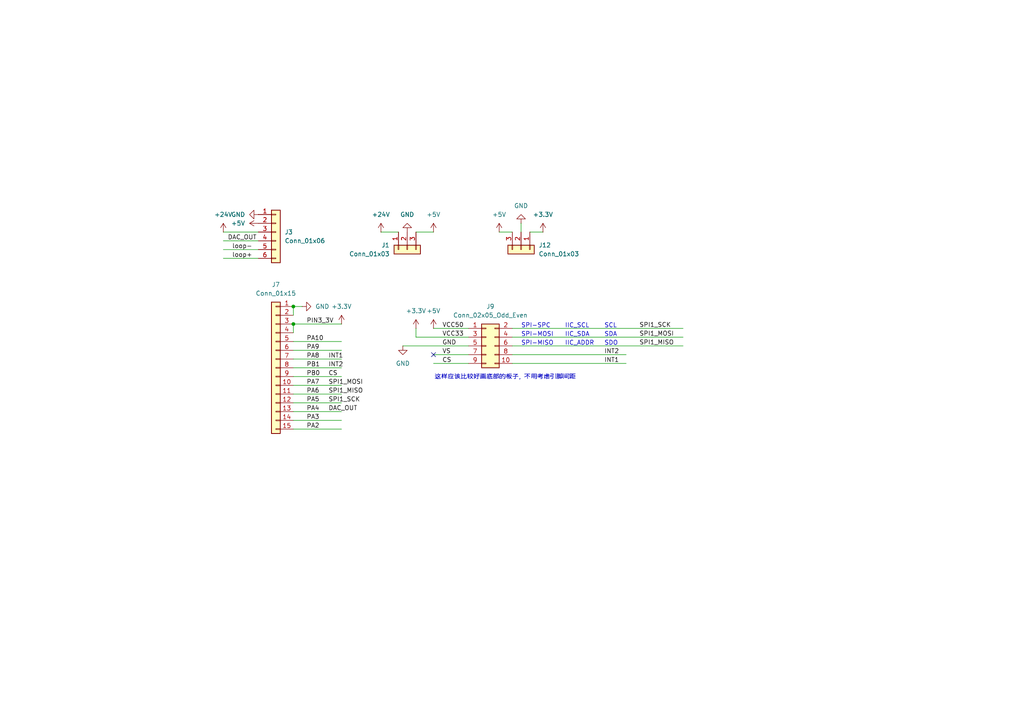
<source format=kicad_sch>
(kicad_sch
	(version 20250114)
	(generator "eeschema")
	(generator_version "9.0")
	(uuid "7fd704f4-d443-4708-acb0-165a06fb66ea")
	(paper "A4")
	(lib_symbols
		(symbol "Connector_Generic:Conn_01x03"
			(pin_names
				(offset 1.016)
				(hide yes)
			)
			(exclude_from_sim no)
			(in_bom yes)
			(on_board yes)
			(property "Reference" "J"
				(at 0 5.08 0)
				(effects
					(font
						(size 1.27 1.27)
					)
				)
			)
			(property "Value" "Conn_01x03"
				(at 0 -5.08 0)
				(effects
					(font
						(size 1.27 1.27)
					)
				)
			)
			(property "Footprint" ""
				(at 0 0 0)
				(effects
					(font
						(size 1.27 1.27)
					)
					(hide yes)
				)
			)
			(property "Datasheet" "~"
				(at 0 0 0)
				(effects
					(font
						(size 1.27 1.27)
					)
					(hide yes)
				)
			)
			(property "Description" "Generic connector, single row, 01x03, script generated (kicad-library-utils/schlib/autogen/connector/)"
				(at 0 0 0)
				(effects
					(font
						(size 1.27 1.27)
					)
					(hide yes)
				)
			)
			(property "ki_keywords" "connector"
				(at 0 0 0)
				(effects
					(font
						(size 1.27 1.27)
					)
					(hide yes)
				)
			)
			(property "ki_fp_filters" "Connector*:*_1x??_*"
				(at 0 0 0)
				(effects
					(font
						(size 1.27 1.27)
					)
					(hide yes)
				)
			)
			(symbol "Conn_01x03_1_1"
				(rectangle
					(start -1.27 3.81)
					(end 1.27 -3.81)
					(stroke
						(width 0.254)
						(type default)
					)
					(fill
						(type background)
					)
				)
				(rectangle
					(start -1.27 2.667)
					(end 0 2.413)
					(stroke
						(width 0.1524)
						(type default)
					)
					(fill
						(type none)
					)
				)
				(rectangle
					(start -1.27 0.127)
					(end 0 -0.127)
					(stroke
						(width 0.1524)
						(type default)
					)
					(fill
						(type none)
					)
				)
				(rectangle
					(start -1.27 -2.413)
					(end 0 -2.667)
					(stroke
						(width 0.1524)
						(type default)
					)
					(fill
						(type none)
					)
				)
				(pin passive line
					(at -5.08 2.54 0)
					(length 3.81)
					(name "Pin_1"
						(effects
							(font
								(size 1.27 1.27)
							)
						)
					)
					(number "1"
						(effects
							(font
								(size 1.27 1.27)
							)
						)
					)
				)
				(pin passive line
					(at -5.08 0 0)
					(length 3.81)
					(name "Pin_2"
						(effects
							(font
								(size 1.27 1.27)
							)
						)
					)
					(number "2"
						(effects
							(font
								(size 1.27 1.27)
							)
						)
					)
				)
				(pin passive line
					(at -5.08 -2.54 0)
					(length 3.81)
					(name "Pin_3"
						(effects
							(font
								(size 1.27 1.27)
							)
						)
					)
					(number "3"
						(effects
							(font
								(size 1.27 1.27)
							)
						)
					)
				)
			)
			(embedded_fonts no)
		)
		(symbol "Connector_Generic:Conn_01x06"
			(pin_names
				(offset 1.016)
				(hide yes)
			)
			(exclude_from_sim no)
			(in_bom yes)
			(on_board yes)
			(property "Reference" "J"
				(at 0 7.62 0)
				(effects
					(font
						(size 1.27 1.27)
					)
				)
			)
			(property "Value" "Conn_01x06"
				(at 0 -10.16 0)
				(effects
					(font
						(size 1.27 1.27)
					)
				)
			)
			(property "Footprint" ""
				(at 0 0 0)
				(effects
					(font
						(size 1.27 1.27)
					)
					(hide yes)
				)
			)
			(property "Datasheet" "~"
				(at 0 0 0)
				(effects
					(font
						(size 1.27 1.27)
					)
					(hide yes)
				)
			)
			(property "Description" "Generic connector, single row, 01x06, script generated (kicad-library-utils/schlib/autogen/connector/)"
				(at 0 0 0)
				(effects
					(font
						(size 1.27 1.27)
					)
					(hide yes)
				)
			)
			(property "ki_keywords" "connector"
				(at 0 0 0)
				(effects
					(font
						(size 1.27 1.27)
					)
					(hide yes)
				)
			)
			(property "ki_fp_filters" "Connector*:*_1x??_*"
				(at 0 0 0)
				(effects
					(font
						(size 1.27 1.27)
					)
					(hide yes)
				)
			)
			(symbol "Conn_01x06_1_1"
				(rectangle
					(start -1.27 6.35)
					(end 1.27 -8.89)
					(stroke
						(width 0.254)
						(type default)
					)
					(fill
						(type background)
					)
				)
				(rectangle
					(start -1.27 5.207)
					(end 0 4.953)
					(stroke
						(width 0.1524)
						(type default)
					)
					(fill
						(type none)
					)
				)
				(rectangle
					(start -1.27 2.667)
					(end 0 2.413)
					(stroke
						(width 0.1524)
						(type default)
					)
					(fill
						(type none)
					)
				)
				(rectangle
					(start -1.27 0.127)
					(end 0 -0.127)
					(stroke
						(width 0.1524)
						(type default)
					)
					(fill
						(type none)
					)
				)
				(rectangle
					(start -1.27 -2.413)
					(end 0 -2.667)
					(stroke
						(width 0.1524)
						(type default)
					)
					(fill
						(type none)
					)
				)
				(rectangle
					(start -1.27 -4.953)
					(end 0 -5.207)
					(stroke
						(width 0.1524)
						(type default)
					)
					(fill
						(type none)
					)
				)
				(rectangle
					(start -1.27 -7.493)
					(end 0 -7.747)
					(stroke
						(width 0.1524)
						(type default)
					)
					(fill
						(type none)
					)
				)
				(pin passive line
					(at -5.08 5.08 0)
					(length 3.81)
					(name "Pin_1"
						(effects
							(font
								(size 1.27 1.27)
							)
						)
					)
					(number "1"
						(effects
							(font
								(size 1.27 1.27)
							)
						)
					)
				)
				(pin passive line
					(at -5.08 2.54 0)
					(length 3.81)
					(name "Pin_2"
						(effects
							(font
								(size 1.27 1.27)
							)
						)
					)
					(number "2"
						(effects
							(font
								(size 1.27 1.27)
							)
						)
					)
				)
				(pin passive line
					(at -5.08 0 0)
					(length 3.81)
					(name "Pin_3"
						(effects
							(font
								(size 1.27 1.27)
							)
						)
					)
					(number "3"
						(effects
							(font
								(size 1.27 1.27)
							)
						)
					)
				)
				(pin passive line
					(at -5.08 -2.54 0)
					(length 3.81)
					(name "Pin_4"
						(effects
							(font
								(size 1.27 1.27)
							)
						)
					)
					(number "4"
						(effects
							(font
								(size 1.27 1.27)
							)
						)
					)
				)
				(pin passive line
					(at -5.08 -5.08 0)
					(length 3.81)
					(name "Pin_5"
						(effects
							(font
								(size 1.27 1.27)
							)
						)
					)
					(number "5"
						(effects
							(font
								(size 1.27 1.27)
							)
						)
					)
				)
				(pin passive line
					(at -5.08 -7.62 0)
					(length 3.81)
					(name "Pin_6"
						(effects
							(font
								(size 1.27 1.27)
							)
						)
					)
					(number "6"
						(effects
							(font
								(size 1.27 1.27)
							)
						)
					)
				)
			)
			(embedded_fonts no)
		)
		(symbol "Connector_Generic:Conn_01x15"
			(pin_names
				(offset 1.016)
				(hide yes)
			)
			(exclude_from_sim no)
			(in_bom yes)
			(on_board yes)
			(property "Reference" "J"
				(at 0 20.32 0)
				(effects
					(font
						(size 1.27 1.27)
					)
				)
			)
			(property "Value" "Conn_01x15"
				(at 0 -20.32 0)
				(effects
					(font
						(size 1.27 1.27)
					)
				)
			)
			(property "Footprint" ""
				(at 0 0 0)
				(effects
					(font
						(size 1.27 1.27)
					)
					(hide yes)
				)
			)
			(property "Datasheet" "~"
				(at 0 0 0)
				(effects
					(font
						(size 1.27 1.27)
					)
					(hide yes)
				)
			)
			(property "Description" "Generic connector, single row, 01x15, script generated (kicad-library-utils/schlib/autogen/connector/)"
				(at 0 0 0)
				(effects
					(font
						(size 1.27 1.27)
					)
					(hide yes)
				)
			)
			(property "ki_keywords" "connector"
				(at 0 0 0)
				(effects
					(font
						(size 1.27 1.27)
					)
					(hide yes)
				)
			)
			(property "ki_fp_filters" "Connector*:*_1x??_*"
				(at 0 0 0)
				(effects
					(font
						(size 1.27 1.27)
					)
					(hide yes)
				)
			)
			(symbol "Conn_01x15_1_1"
				(rectangle
					(start -1.27 19.05)
					(end 1.27 -19.05)
					(stroke
						(width 0.254)
						(type default)
					)
					(fill
						(type background)
					)
				)
				(rectangle
					(start -1.27 17.907)
					(end 0 17.653)
					(stroke
						(width 0.1524)
						(type default)
					)
					(fill
						(type none)
					)
				)
				(rectangle
					(start -1.27 15.367)
					(end 0 15.113)
					(stroke
						(width 0.1524)
						(type default)
					)
					(fill
						(type none)
					)
				)
				(rectangle
					(start -1.27 12.827)
					(end 0 12.573)
					(stroke
						(width 0.1524)
						(type default)
					)
					(fill
						(type none)
					)
				)
				(rectangle
					(start -1.27 10.287)
					(end 0 10.033)
					(stroke
						(width 0.1524)
						(type default)
					)
					(fill
						(type none)
					)
				)
				(rectangle
					(start -1.27 7.747)
					(end 0 7.493)
					(stroke
						(width 0.1524)
						(type default)
					)
					(fill
						(type none)
					)
				)
				(rectangle
					(start -1.27 5.207)
					(end 0 4.953)
					(stroke
						(width 0.1524)
						(type default)
					)
					(fill
						(type none)
					)
				)
				(rectangle
					(start -1.27 2.667)
					(end 0 2.413)
					(stroke
						(width 0.1524)
						(type default)
					)
					(fill
						(type none)
					)
				)
				(rectangle
					(start -1.27 0.127)
					(end 0 -0.127)
					(stroke
						(width 0.1524)
						(type default)
					)
					(fill
						(type none)
					)
				)
				(rectangle
					(start -1.27 -2.413)
					(end 0 -2.667)
					(stroke
						(width 0.1524)
						(type default)
					)
					(fill
						(type none)
					)
				)
				(rectangle
					(start -1.27 -4.953)
					(end 0 -5.207)
					(stroke
						(width 0.1524)
						(type default)
					)
					(fill
						(type none)
					)
				)
				(rectangle
					(start -1.27 -7.493)
					(end 0 -7.747)
					(stroke
						(width 0.1524)
						(type default)
					)
					(fill
						(type none)
					)
				)
				(rectangle
					(start -1.27 -10.033)
					(end 0 -10.287)
					(stroke
						(width 0.1524)
						(type default)
					)
					(fill
						(type none)
					)
				)
				(rectangle
					(start -1.27 -12.573)
					(end 0 -12.827)
					(stroke
						(width 0.1524)
						(type default)
					)
					(fill
						(type none)
					)
				)
				(rectangle
					(start -1.27 -15.113)
					(end 0 -15.367)
					(stroke
						(width 0.1524)
						(type default)
					)
					(fill
						(type none)
					)
				)
				(rectangle
					(start -1.27 -17.653)
					(end 0 -17.907)
					(stroke
						(width 0.1524)
						(type default)
					)
					(fill
						(type none)
					)
				)
				(pin passive line
					(at -5.08 17.78 0)
					(length 3.81)
					(name "Pin_1"
						(effects
							(font
								(size 1.27 1.27)
							)
						)
					)
					(number "1"
						(effects
							(font
								(size 1.27 1.27)
							)
						)
					)
				)
				(pin passive line
					(at -5.08 15.24 0)
					(length 3.81)
					(name "Pin_2"
						(effects
							(font
								(size 1.27 1.27)
							)
						)
					)
					(number "2"
						(effects
							(font
								(size 1.27 1.27)
							)
						)
					)
				)
				(pin passive line
					(at -5.08 12.7 0)
					(length 3.81)
					(name "Pin_3"
						(effects
							(font
								(size 1.27 1.27)
							)
						)
					)
					(number "3"
						(effects
							(font
								(size 1.27 1.27)
							)
						)
					)
				)
				(pin passive line
					(at -5.08 10.16 0)
					(length 3.81)
					(name "Pin_4"
						(effects
							(font
								(size 1.27 1.27)
							)
						)
					)
					(number "4"
						(effects
							(font
								(size 1.27 1.27)
							)
						)
					)
				)
				(pin passive line
					(at -5.08 7.62 0)
					(length 3.81)
					(name "Pin_5"
						(effects
							(font
								(size 1.27 1.27)
							)
						)
					)
					(number "5"
						(effects
							(font
								(size 1.27 1.27)
							)
						)
					)
				)
				(pin passive line
					(at -5.08 5.08 0)
					(length 3.81)
					(name "Pin_6"
						(effects
							(font
								(size 1.27 1.27)
							)
						)
					)
					(number "6"
						(effects
							(font
								(size 1.27 1.27)
							)
						)
					)
				)
				(pin passive line
					(at -5.08 2.54 0)
					(length 3.81)
					(name "Pin_7"
						(effects
							(font
								(size 1.27 1.27)
							)
						)
					)
					(number "7"
						(effects
							(font
								(size 1.27 1.27)
							)
						)
					)
				)
				(pin passive line
					(at -5.08 0 0)
					(length 3.81)
					(name "Pin_8"
						(effects
							(font
								(size 1.27 1.27)
							)
						)
					)
					(number "8"
						(effects
							(font
								(size 1.27 1.27)
							)
						)
					)
				)
				(pin passive line
					(at -5.08 -2.54 0)
					(length 3.81)
					(name "Pin_9"
						(effects
							(font
								(size 1.27 1.27)
							)
						)
					)
					(number "9"
						(effects
							(font
								(size 1.27 1.27)
							)
						)
					)
				)
				(pin passive line
					(at -5.08 -5.08 0)
					(length 3.81)
					(name "Pin_10"
						(effects
							(font
								(size 1.27 1.27)
							)
						)
					)
					(number "10"
						(effects
							(font
								(size 1.27 1.27)
							)
						)
					)
				)
				(pin passive line
					(at -5.08 -7.62 0)
					(length 3.81)
					(name "Pin_11"
						(effects
							(font
								(size 1.27 1.27)
							)
						)
					)
					(number "11"
						(effects
							(font
								(size 1.27 1.27)
							)
						)
					)
				)
				(pin passive line
					(at -5.08 -10.16 0)
					(length 3.81)
					(name "Pin_12"
						(effects
							(font
								(size 1.27 1.27)
							)
						)
					)
					(number "12"
						(effects
							(font
								(size 1.27 1.27)
							)
						)
					)
				)
				(pin passive line
					(at -5.08 -12.7 0)
					(length 3.81)
					(name "Pin_13"
						(effects
							(font
								(size 1.27 1.27)
							)
						)
					)
					(number "13"
						(effects
							(font
								(size 1.27 1.27)
							)
						)
					)
				)
				(pin passive line
					(at -5.08 -15.24 0)
					(length 3.81)
					(name "Pin_14"
						(effects
							(font
								(size 1.27 1.27)
							)
						)
					)
					(number "14"
						(effects
							(font
								(size 1.27 1.27)
							)
						)
					)
				)
				(pin passive line
					(at -5.08 -17.78 0)
					(length 3.81)
					(name "Pin_15"
						(effects
							(font
								(size 1.27 1.27)
							)
						)
					)
					(number "15"
						(effects
							(font
								(size 1.27 1.27)
							)
						)
					)
				)
			)
			(embedded_fonts no)
		)
		(symbol "Connector_Generic:Conn_02x05_Odd_Even"
			(pin_names
				(offset 1.016)
				(hide yes)
			)
			(exclude_from_sim no)
			(in_bom yes)
			(on_board yes)
			(property "Reference" "J"
				(at 1.27 7.62 0)
				(effects
					(font
						(size 1.27 1.27)
					)
				)
			)
			(property "Value" "Conn_02x05_Odd_Even"
				(at 1.27 -7.62 0)
				(effects
					(font
						(size 1.27 1.27)
					)
				)
			)
			(property "Footprint" ""
				(at 0 0 0)
				(effects
					(font
						(size 1.27 1.27)
					)
					(hide yes)
				)
			)
			(property "Datasheet" "~"
				(at 0 0 0)
				(effects
					(font
						(size 1.27 1.27)
					)
					(hide yes)
				)
			)
			(property "Description" "Generic connector, double row, 02x05, odd/even pin numbering scheme (row 1 odd numbers, row 2 even numbers), script generated (kicad-library-utils/schlib/autogen/connector/)"
				(at 0 0 0)
				(effects
					(font
						(size 1.27 1.27)
					)
					(hide yes)
				)
			)
			(property "ki_keywords" "connector"
				(at 0 0 0)
				(effects
					(font
						(size 1.27 1.27)
					)
					(hide yes)
				)
			)
			(property "ki_fp_filters" "Connector*:*_2x??_*"
				(at 0 0 0)
				(effects
					(font
						(size 1.27 1.27)
					)
					(hide yes)
				)
			)
			(symbol "Conn_02x05_Odd_Even_1_1"
				(rectangle
					(start -1.27 6.35)
					(end 3.81 -6.35)
					(stroke
						(width 0.254)
						(type default)
					)
					(fill
						(type background)
					)
				)
				(rectangle
					(start -1.27 5.207)
					(end 0 4.953)
					(stroke
						(width 0.1524)
						(type default)
					)
					(fill
						(type none)
					)
				)
				(rectangle
					(start -1.27 2.667)
					(end 0 2.413)
					(stroke
						(width 0.1524)
						(type default)
					)
					(fill
						(type none)
					)
				)
				(rectangle
					(start -1.27 0.127)
					(end 0 -0.127)
					(stroke
						(width 0.1524)
						(type default)
					)
					(fill
						(type none)
					)
				)
				(rectangle
					(start -1.27 -2.413)
					(end 0 -2.667)
					(stroke
						(width 0.1524)
						(type default)
					)
					(fill
						(type none)
					)
				)
				(rectangle
					(start -1.27 -4.953)
					(end 0 -5.207)
					(stroke
						(width 0.1524)
						(type default)
					)
					(fill
						(type none)
					)
				)
				(rectangle
					(start 3.81 5.207)
					(end 2.54 4.953)
					(stroke
						(width 0.1524)
						(type default)
					)
					(fill
						(type none)
					)
				)
				(rectangle
					(start 3.81 2.667)
					(end 2.54 2.413)
					(stroke
						(width 0.1524)
						(type default)
					)
					(fill
						(type none)
					)
				)
				(rectangle
					(start 3.81 0.127)
					(end 2.54 -0.127)
					(stroke
						(width 0.1524)
						(type default)
					)
					(fill
						(type none)
					)
				)
				(rectangle
					(start 3.81 -2.413)
					(end 2.54 -2.667)
					(stroke
						(width 0.1524)
						(type default)
					)
					(fill
						(type none)
					)
				)
				(rectangle
					(start 3.81 -4.953)
					(end 2.54 -5.207)
					(stroke
						(width 0.1524)
						(type default)
					)
					(fill
						(type none)
					)
				)
				(pin passive line
					(at -5.08 5.08 0)
					(length 3.81)
					(name "Pin_1"
						(effects
							(font
								(size 1.27 1.27)
							)
						)
					)
					(number "1"
						(effects
							(font
								(size 1.27 1.27)
							)
						)
					)
				)
				(pin passive line
					(at -5.08 2.54 0)
					(length 3.81)
					(name "Pin_3"
						(effects
							(font
								(size 1.27 1.27)
							)
						)
					)
					(number "3"
						(effects
							(font
								(size 1.27 1.27)
							)
						)
					)
				)
				(pin passive line
					(at -5.08 0 0)
					(length 3.81)
					(name "Pin_5"
						(effects
							(font
								(size 1.27 1.27)
							)
						)
					)
					(number "5"
						(effects
							(font
								(size 1.27 1.27)
							)
						)
					)
				)
				(pin passive line
					(at -5.08 -2.54 0)
					(length 3.81)
					(name "Pin_7"
						(effects
							(font
								(size 1.27 1.27)
							)
						)
					)
					(number "7"
						(effects
							(font
								(size 1.27 1.27)
							)
						)
					)
				)
				(pin passive line
					(at -5.08 -5.08 0)
					(length 3.81)
					(name "Pin_9"
						(effects
							(font
								(size 1.27 1.27)
							)
						)
					)
					(number "9"
						(effects
							(font
								(size 1.27 1.27)
							)
						)
					)
				)
				(pin passive line
					(at 7.62 5.08 180)
					(length 3.81)
					(name "Pin_2"
						(effects
							(font
								(size 1.27 1.27)
							)
						)
					)
					(number "2"
						(effects
							(font
								(size 1.27 1.27)
							)
						)
					)
				)
				(pin passive line
					(at 7.62 2.54 180)
					(length 3.81)
					(name "Pin_4"
						(effects
							(font
								(size 1.27 1.27)
							)
						)
					)
					(number "4"
						(effects
							(font
								(size 1.27 1.27)
							)
						)
					)
				)
				(pin passive line
					(at 7.62 0 180)
					(length 3.81)
					(name "Pin_6"
						(effects
							(font
								(size 1.27 1.27)
							)
						)
					)
					(number "6"
						(effects
							(font
								(size 1.27 1.27)
							)
						)
					)
				)
				(pin passive line
					(at 7.62 -2.54 180)
					(length 3.81)
					(name "Pin_8"
						(effects
							(font
								(size 1.27 1.27)
							)
						)
					)
					(number "8"
						(effects
							(font
								(size 1.27 1.27)
							)
						)
					)
				)
				(pin passive line
					(at 7.62 -5.08 180)
					(length 3.81)
					(name "Pin_10"
						(effects
							(font
								(size 1.27 1.27)
							)
						)
					)
					(number "10"
						(effects
							(font
								(size 1.27 1.27)
							)
						)
					)
				)
			)
			(embedded_fonts no)
		)
		(symbol "power:+24V"
			(power)
			(pin_numbers
				(hide yes)
			)
			(pin_names
				(offset 0)
				(hide yes)
			)
			(exclude_from_sim no)
			(in_bom yes)
			(on_board yes)
			(property "Reference" "#PWR"
				(at 0 -3.81 0)
				(effects
					(font
						(size 1.27 1.27)
					)
					(hide yes)
				)
			)
			(property "Value" "+24V"
				(at 0 3.556 0)
				(effects
					(font
						(size 1.27 1.27)
					)
				)
			)
			(property "Footprint" ""
				(at 0 0 0)
				(effects
					(font
						(size 1.27 1.27)
					)
					(hide yes)
				)
			)
			(property "Datasheet" ""
				(at 0 0 0)
				(effects
					(font
						(size 1.27 1.27)
					)
					(hide yes)
				)
			)
			(property "Description" "Power symbol creates a global label with name \"+24V\""
				(at 0 0 0)
				(effects
					(font
						(size 1.27 1.27)
					)
					(hide yes)
				)
			)
			(property "ki_keywords" "global power"
				(at 0 0 0)
				(effects
					(font
						(size 1.27 1.27)
					)
					(hide yes)
				)
			)
			(symbol "+24V_0_1"
				(polyline
					(pts
						(xy -0.762 1.27) (xy 0 2.54)
					)
					(stroke
						(width 0)
						(type default)
					)
					(fill
						(type none)
					)
				)
				(polyline
					(pts
						(xy 0 2.54) (xy 0.762 1.27)
					)
					(stroke
						(width 0)
						(type default)
					)
					(fill
						(type none)
					)
				)
				(polyline
					(pts
						(xy 0 0) (xy 0 2.54)
					)
					(stroke
						(width 0)
						(type default)
					)
					(fill
						(type none)
					)
				)
			)
			(symbol "+24V_1_1"
				(pin power_in line
					(at 0 0 90)
					(length 0)
					(name "~"
						(effects
							(font
								(size 1.27 1.27)
							)
						)
					)
					(number "1"
						(effects
							(font
								(size 1.27 1.27)
							)
						)
					)
				)
			)
			(embedded_fonts no)
		)
		(symbol "power:+3.3V"
			(power)
			(pin_numbers
				(hide yes)
			)
			(pin_names
				(offset 0)
				(hide yes)
			)
			(exclude_from_sim no)
			(in_bom yes)
			(on_board yes)
			(property "Reference" "#PWR"
				(at 0 -3.81 0)
				(effects
					(font
						(size 1.27 1.27)
					)
					(hide yes)
				)
			)
			(property "Value" "+3.3V"
				(at 0 3.556 0)
				(effects
					(font
						(size 1.27 1.27)
					)
				)
			)
			(property "Footprint" ""
				(at 0 0 0)
				(effects
					(font
						(size 1.27 1.27)
					)
					(hide yes)
				)
			)
			(property "Datasheet" ""
				(at 0 0 0)
				(effects
					(font
						(size 1.27 1.27)
					)
					(hide yes)
				)
			)
			(property "Description" "Power symbol creates a global label with name \"+3.3V\""
				(at 0 0 0)
				(effects
					(font
						(size 1.27 1.27)
					)
					(hide yes)
				)
			)
			(property "ki_keywords" "global power"
				(at 0 0 0)
				(effects
					(font
						(size 1.27 1.27)
					)
					(hide yes)
				)
			)
			(symbol "+3.3V_0_1"
				(polyline
					(pts
						(xy -0.762 1.27) (xy 0 2.54)
					)
					(stroke
						(width 0)
						(type default)
					)
					(fill
						(type none)
					)
				)
				(polyline
					(pts
						(xy 0 2.54) (xy 0.762 1.27)
					)
					(stroke
						(width 0)
						(type default)
					)
					(fill
						(type none)
					)
				)
				(polyline
					(pts
						(xy 0 0) (xy 0 2.54)
					)
					(stroke
						(width 0)
						(type default)
					)
					(fill
						(type none)
					)
				)
			)
			(symbol "+3.3V_1_1"
				(pin power_in line
					(at 0 0 90)
					(length 0)
					(name "~"
						(effects
							(font
								(size 1.27 1.27)
							)
						)
					)
					(number "1"
						(effects
							(font
								(size 1.27 1.27)
							)
						)
					)
				)
			)
			(embedded_fonts no)
		)
		(symbol "power:+5V"
			(power)
			(pin_numbers
				(hide yes)
			)
			(pin_names
				(offset 0)
				(hide yes)
			)
			(exclude_from_sim no)
			(in_bom yes)
			(on_board yes)
			(property "Reference" "#PWR"
				(at 0 -3.81 0)
				(effects
					(font
						(size 1.27 1.27)
					)
					(hide yes)
				)
			)
			(property "Value" "+5V"
				(at 0 3.556 0)
				(effects
					(font
						(size 1.27 1.27)
					)
				)
			)
			(property "Footprint" ""
				(at 0 0 0)
				(effects
					(font
						(size 1.27 1.27)
					)
					(hide yes)
				)
			)
			(property "Datasheet" ""
				(at 0 0 0)
				(effects
					(font
						(size 1.27 1.27)
					)
					(hide yes)
				)
			)
			(property "Description" "Power symbol creates a global label with name \"+5V\""
				(at 0 0 0)
				(effects
					(font
						(size 1.27 1.27)
					)
					(hide yes)
				)
			)
			(property "ki_keywords" "global power"
				(at 0 0 0)
				(effects
					(font
						(size 1.27 1.27)
					)
					(hide yes)
				)
			)
			(symbol "+5V_0_1"
				(polyline
					(pts
						(xy -0.762 1.27) (xy 0 2.54)
					)
					(stroke
						(width 0)
						(type default)
					)
					(fill
						(type none)
					)
				)
				(polyline
					(pts
						(xy 0 2.54) (xy 0.762 1.27)
					)
					(stroke
						(width 0)
						(type default)
					)
					(fill
						(type none)
					)
				)
				(polyline
					(pts
						(xy 0 0) (xy 0 2.54)
					)
					(stroke
						(width 0)
						(type default)
					)
					(fill
						(type none)
					)
				)
			)
			(symbol "+5V_1_1"
				(pin power_in line
					(at 0 0 90)
					(length 0)
					(name "~"
						(effects
							(font
								(size 1.27 1.27)
							)
						)
					)
					(number "1"
						(effects
							(font
								(size 1.27 1.27)
							)
						)
					)
				)
			)
			(embedded_fonts no)
		)
		(symbol "power:GND"
			(power)
			(pin_numbers
				(hide yes)
			)
			(pin_names
				(offset 0)
				(hide yes)
			)
			(exclude_from_sim no)
			(in_bom yes)
			(on_board yes)
			(property "Reference" "#PWR"
				(at 0 -6.35 0)
				(effects
					(font
						(size 1.27 1.27)
					)
					(hide yes)
				)
			)
			(property "Value" "GND"
				(at 0 -3.81 0)
				(effects
					(font
						(size 1.27 1.27)
					)
				)
			)
			(property "Footprint" ""
				(at 0 0 0)
				(effects
					(font
						(size 1.27 1.27)
					)
					(hide yes)
				)
			)
			(property "Datasheet" ""
				(at 0 0 0)
				(effects
					(font
						(size 1.27 1.27)
					)
					(hide yes)
				)
			)
			(property "Description" "Power symbol creates a global label with name \"GND\" , ground"
				(at 0 0 0)
				(effects
					(font
						(size 1.27 1.27)
					)
					(hide yes)
				)
			)
			(property "ki_keywords" "global power"
				(at 0 0 0)
				(effects
					(font
						(size 1.27 1.27)
					)
					(hide yes)
				)
			)
			(symbol "GND_0_1"
				(polyline
					(pts
						(xy 0 0) (xy 0 -1.27) (xy 1.27 -1.27) (xy 0 -2.54) (xy -1.27 -1.27) (xy 0 -1.27)
					)
					(stroke
						(width 0)
						(type default)
					)
					(fill
						(type none)
					)
				)
			)
			(symbol "GND_1_1"
				(pin power_in line
					(at 0 0 270)
					(length 0)
					(name "~"
						(effects
							(font
								(size 1.27 1.27)
							)
						)
					)
					(number "1"
						(effects
							(font
								(size 1.27 1.27)
							)
						)
					)
				)
			)
			(embedded_fonts no)
		)
	)
	(text "IIC_ADDR"
		(exclude_from_sim no)
		(at 163.83 100.33 0)
		(effects
			(font
				(size 1.27 1.27)
			)
			(justify left bottom)
		)
		(uuid "05b7a5ca-8b36-4cd9-94fe-2e5469e70232")
	)
	(text "SPI-SPC"
		(exclude_from_sim no)
		(at 151.13 95.25 0)
		(effects
			(font
				(size 1.27 1.27)
			)
			(justify left bottom)
		)
		(uuid "1658a70b-3398-4a28-8bf2-1f54622dcb34")
	)
	(text "SPI-MISO"
		(exclude_from_sim no)
		(at 151.13 100.33 0)
		(effects
			(font
				(size 1.27 1.27)
			)
			(justify left bottom)
		)
		(uuid "26cb96a5-c135-437f-b63f-4a33bf47c6e1")
	)
	(text "SCL"
		(exclude_from_sim no)
		(at 175.26 95.25 0)
		(effects
			(font
				(size 1.27 1.27)
			)
			(justify left bottom)
		)
		(uuid "2d6e194e-006c-4837-8c5f-adefc94f930a")
	)
	(text "这样应该比较好画底部的板子, 不用考虑引脚间距"
		(exclude_from_sim no)
		(at 146.558 109.474 0)
		(effects
			(font
				(size 1.27 1.27)
			)
		)
		(uuid "9d9be8e0-539a-4007-bc4c-abb271031cfd")
	)
	(text "IIC_SCL"
		(exclude_from_sim no)
		(at 163.83 95.25 0)
		(effects
			(font
				(size 1.27 1.27)
			)
			(justify left bottom)
		)
		(uuid "bbc4f6b3-b040-4d17-b36b-c5ca22d996bd")
	)
	(text "SPI-MOSI"
		(exclude_from_sim no)
		(at 151.13 97.79 0)
		(effects
			(font
				(size 1.27 1.27)
			)
			(justify left bottom)
		)
		(uuid "be4c6d44-45b8-4053-824a-1f404104e409")
	)
	(text "IIC_SDA"
		(exclude_from_sim no)
		(at 163.83 97.79 0)
		(effects
			(font
				(size 1.27 1.27)
			)
			(justify left bottom)
		)
		(uuid "d6d7b3be-4d78-47fd-87b9-6bb33d386cef")
	)
	(text "SDO"
		(exclude_from_sim no)
		(at 175.26 100.33 0)
		(effects
			(font
				(size 1.27 1.27)
			)
			(justify left bottom)
		)
		(uuid "e5596275-5d20-47fe-b31f-1660edb67851")
	)
	(text "SDA"
		(exclude_from_sim no)
		(at 175.26 97.79 0)
		(effects
			(font
				(size 1.27 1.27)
			)
			(justify left bottom)
		)
		(uuid "ed9933b4-1032-4c1c-b4b7-47abd4c379e2")
	)
	(junction
		(at 85.09 88.9)
		(diameter 0)
		(color 0 0 0 0)
		(uuid "d0590213-fec9-4895-ab14-696d723f7164")
	)
	(junction
		(at 85.09 93.98)
		(diameter 0)
		(color 0 0 0 0)
		(uuid "f5ace1c5-fe7d-42d2-a4f5-a9bb14433145")
	)
	(no_connect
		(at 125.73 102.87)
		(uuid "d8ecc91b-9413-4c68-be02-a12314facf71")
	)
	(wire
		(pts
			(xy 85.09 104.14) (xy 99.06 104.14)
		)
		(stroke
			(width 0)
			(type default)
		)
		(uuid "069bcc81-ae10-4fa7-9976-9eea7f8c27f9")
	)
	(wire
		(pts
			(xy 85.09 114.3) (xy 99.06 114.3)
		)
		(stroke
			(width 0)
			(type default)
		)
		(uuid "0817418f-6590-410a-a9fa-266faabc4c92")
	)
	(wire
		(pts
			(xy 85.09 124.46) (xy 99.06 124.46)
		)
		(stroke
			(width 0)
			(type default)
		)
		(uuid "09557db2-cc32-4d61-9ecb-ac9e3044c59b")
	)
	(wire
		(pts
			(xy 85.09 99.06) (xy 99.06 99.06)
		)
		(stroke
			(width 0)
			(type default)
		)
		(uuid "0b6d0d89-95d4-4600-8479-7d35f33ab6ea")
	)
	(wire
		(pts
			(xy 125.73 105.41) (xy 135.89 105.41)
		)
		(stroke
			(width 0)
			(type default)
		)
		(uuid "109a01a1-599a-4aaf-a23d-268b2d18c489")
	)
	(wire
		(pts
			(xy 85.09 121.92) (xy 99.06 121.92)
		)
		(stroke
			(width 0)
			(type default)
		)
		(uuid "17bd48eb-1250-47be-8251-71df6af6994f")
	)
	(wire
		(pts
			(xy 116.84 100.33) (xy 135.89 100.33)
		)
		(stroke
			(width 0)
			(type default)
		)
		(uuid "17da08ff-03e3-473a-96e0-e1aa70d8aa45")
	)
	(wire
		(pts
			(xy 110.49 67.31) (xy 115.57 67.31)
		)
		(stroke
			(width 0)
			(type default)
		)
		(uuid "19600370-f6ea-4a09-8085-2e8b4b900292")
	)
	(wire
		(pts
			(xy 85.09 93.98) (xy 85.09 96.52)
		)
		(stroke
			(width 0)
			(type default)
		)
		(uuid "1ef2d839-a29c-4e2b-b2d3-dadccbd884f8")
	)
	(wire
		(pts
			(xy 64.77 74.93) (xy 74.93 74.93)
		)
		(stroke
			(width 0)
			(type default)
		)
		(uuid "24ed36ed-5f59-4de3-984b-e4088064f407")
	)
	(wire
		(pts
			(xy 144.78 67.31) (xy 148.59 67.31)
		)
		(stroke
			(width 0)
			(type default)
		)
		(uuid "2de50a6d-9f0c-4d51-adc8-60090f057e3e")
	)
	(wire
		(pts
			(xy 87.63 88.9) (xy 85.09 88.9)
		)
		(stroke
			(width 0)
			(type default)
		)
		(uuid "3d1d6b2e-6fb9-4922-8bed-b39b9614e76d")
	)
	(wire
		(pts
			(xy 64.77 69.85) (xy 74.93 69.85)
		)
		(stroke
			(width 0)
			(type default)
		)
		(uuid "40f5abda-6c04-4e30-81ad-890627640cbe")
	)
	(wire
		(pts
			(xy 151.13 64.77) (xy 151.13 67.31)
		)
		(stroke
			(width 0)
			(type default)
		)
		(uuid "4d6adc63-9f7a-4901-8233-7abb4af63f51")
	)
	(wire
		(pts
			(xy 153.67 67.31) (xy 157.48 67.31)
		)
		(stroke
			(width 0)
			(type default)
		)
		(uuid "5149b952-cfbb-4367-a4cd-ccb048d857a5")
	)
	(wire
		(pts
			(xy 148.59 105.41) (xy 181.61 105.41)
		)
		(stroke
			(width 0)
			(type default)
		)
		(uuid "572989a1-0815-44de-8e26-c8cea128707f")
	)
	(wire
		(pts
			(xy 148.59 97.79) (xy 198.12 97.79)
		)
		(stroke
			(width 0)
			(type default)
		)
		(uuid "6672f6e3-4bf2-4126-b818-a367d6339807")
	)
	(wire
		(pts
			(xy 85.09 93.98) (xy 99.06 93.98)
		)
		(stroke
			(width 0)
			(type default)
		)
		(uuid "7a780d62-c325-4f08-98ec-db0e33d70f01")
	)
	(wire
		(pts
			(xy 85.09 119.38) (xy 99.06 119.38)
		)
		(stroke
			(width 0)
			(type default)
		)
		(uuid "80a16d32-731b-4fe9-a86d-43c390182ccf")
	)
	(wire
		(pts
			(xy 85.09 116.84) (xy 99.06 116.84)
		)
		(stroke
			(width 0)
			(type default)
		)
		(uuid "82f62305-8c55-4cd3-bc4a-4d0e0926b8a9")
	)
	(wire
		(pts
			(xy 120.65 97.79) (xy 135.89 97.79)
		)
		(stroke
			(width 0)
			(type default)
		)
		(uuid "9027b46c-d265-41e3-be59-4af1164fcc28")
	)
	(wire
		(pts
			(xy 85.09 88.9) (xy 85.09 91.44)
		)
		(stroke
			(width 0)
			(type default)
		)
		(uuid "92adf254-6a99-4efd-bba4-cbe8c414b101")
	)
	(wire
		(pts
			(xy 85.09 106.68) (xy 99.06 106.68)
		)
		(stroke
			(width 0)
			(type default)
		)
		(uuid "9dcf6b3d-8d25-476a-8243-776948bc0de3")
	)
	(wire
		(pts
			(xy 85.09 111.76) (xy 99.06 111.76)
		)
		(stroke
			(width 0)
			(type default)
		)
		(uuid "ac55a7e5-60b2-4a83-9058-682967d73d3b")
	)
	(wire
		(pts
			(xy 120.65 97.79) (xy 120.65 95.25)
		)
		(stroke
			(width 0)
			(type default)
		)
		(uuid "ac96ce7f-f85c-4ae1-886e-9fd5b00226a3")
	)
	(wire
		(pts
			(xy 64.77 67.31) (xy 74.93 67.31)
		)
		(stroke
			(width 0)
			(type default)
		)
		(uuid "ad0a202e-e2af-414b-ac62-55476384ba9b")
	)
	(wire
		(pts
			(xy 125.73 95.25) (xy 135.89 95.25)
		)
		(stroke
			(width 0)
			(type default)
		)
		(uuid "adbdd932-108e-424d-af5d-e3bd30d7e9af")
	)
	(wire
		(pts
			(xy 64.77 72.39) (xy 74.93 72.39)
		)
		(stroke
			(width 0)
			(type default)
		)
		(uuid "bc1d5d52-eafa-4b07-b219-a28268cb017b")
	)
	(wire
		(pts
			(xy 148.59 102.87) (xy 181.61 102.87)
		)
		(stroke
			(width 0)
			(type default)
		)
		(uuid "c857ac93-103d-49d4-ba46-ccb1a83e6638")
	)
	(wire
		(pts
			(xy 125.73 67.31) (xy 120.65 67.31)
		)
		(stroke
			(width 0)
			(type default)
		)
		(uuid "cdb1390b-de3e-4c6e-999a-fd2d538f69fa")
	)
	(wire
		(pts
			(xy 125.73 102.87) (xy 135.89 102.87)
		)
		(stroke
			(width 0)
			(type default)
		)
		(uuid "d5112fb2-aa71-4df5-b8c8-4ee4a54f5269")
	)
	(wire
		(pts
			(xy 148.59 95.25) (xy 198.12 95.25)
		)
		(stroke
			(width 0)
			(type default)
		)
		(uuid "e2683434-322e-4d07-9c94-79c96033cf7b")
	)
	(wire
		(pts
			(xy 148.59 100.33) (xy 198.12 100.33)
		)
		(stroke
			(width 0)
			(type default)
		)
		(uuid "f03cd4e7-7608-453c-af71-88ab433a1347")
	)
	(wire
		(pts
			(xy 85.09 101.6) (xy 99.06 101.6)
		)
		(stroke
			(width 0)
			(type default)
		)
		(uuid "f1a0e01e-bbd2-4034-b1e4-236c8e030290")
	)
	(wire
		(pts
			(xy 85.09 109.22) (xy 99.06 109.22)
		)
		(stroke
			(width 0)
			(type default)
		)
		(uuid "f814bc5f-10a5-4448-9eff-b687285f9d23")
	)
	(label "SPI1_MISO"
		(at 95.25 114.3 0)
		(effects
			(font
				(size 1.27 1.27)
			)
			(justify left bottom)
		)
		(uuid "0006df42-9a37-4e89-8ede-2d3c7ef8bcd2")
	)
	(label "loop-"
		(at 67.31 72.39 0)
		(effects
			(font
				(size 1.27 1.27)
			)
			(justify left bottom)
		)
		(uuid "0123fe45-6c54-47da-8042-620bae1b7699")
	)
	(label "PA10"
		(at 88.9 99.06 0)
		(effects
			(font
				(size 1.27 1.27)
			)
			(justify left bottom)
		)
		(uuid "060fb69c-2d58-4a26-8bb8-030ad3a42569")
	)
	(label "loop+"
		(at 67.31 74.93 0)
		(effects
			(font
				(size 1.27 1.27)
			)
			(justify left bottom)
		)
		(uuid "0ab901c5-0fd6-48d3-94f8-a90796bb1765")
	)
	(label "SPI1_SCK"
		(at 95.25 116.84 0)
		(effects
			(font
				(size 1.27 1.27)
			)
			(justify left bottom)
		)
		(uuid "16b4f514-9a1d-424f-899c-51f1451f5113")
	)
	(label "DAC_OUT"
		(at 66.04 69.85 0)
		(effects
			(font
				(size 1.27 1.27)
			)
			(justify left bottom)
		)
		(uuid "183b5df0-83d4-4b13-b271-986d0158adff")
	)
	(label "PA9"
		(at 88.9 101.6 0)
		(effects
			(font
				(size 1.27 1.27)
			)
			(justify left bottom)
		)
		(uuid "217115c5-4071-4692-8584-89a49c3fabe9")
	)
	(label "CS"
		(at 95.25 109.22 0)
		(effects
			(font
				(size 1.27 1.27)
			)
			(justify left bottom)
		)
		(uuid "252a9f07-ab87-4943-88f2-6decfd12499b")
	)
	(label "INT1"
		(at 175.26 105.41 0)
		(effects
			(font
				(size 1.27 1.27)
			)
			(justify left bottom)
		)
		(uuid "3471df7c-f09c-4214-963e-5f4cd15dad25")
	)
	(label "PB1"
		(at 88.9 106.68 0)
		(effects
			(font
				(size 1.27 1.27)
			)
			(justify left bottom)
		)
		(uuid "384fa102-937e-4fe4-bd1a-1e0ff5902c5d")
	)
	(label "PB0"
		(at 88.9 109.22 0)
		(effects
			(font
				(size 1.27 1.27)
			)
			(justify left bottom)
		)
		(uuid "3ec3a59e-a18a-45e9-b661-7cb8ecb3547c")
	)
	(label "PA4"
		(at 88.9 119.38 0)
		(effects
			(font
				(size 1.27 1.27)
			)
			(justify left bottom)
		)
		(uuid "41db4044-e885-41cb-8c96-2f382e3f1fb9")
	)
	(label "PA3"
		(at 88.9 121.92 0)
		(effects
			(font
				(size 1.27 1.27)
			)
			(justify left bottom)
		)
		(uuid "46d944b2-275a-4429-b57a-7805ab6f4dc9")
	)
	(label "SPI1_MISO"
		(at 185.42 100.33 0)
		(effects
			(font
				(size 1.27 1.27)
			)
			(justify left bottom)
		)
		(uuid "484419d2-3a38-4bc1-a892-bf14f0f821ea")
	)
	(label "CS"
		(at 128.27 105.41 0)
		(effects
			(font
				(size 1.27 1.27)
			)
			(justify left bottom)
		)
		(uuid "4e837da7-0080-468e-91ab-154fe92b6b40")
	)
	(label "VCC33"
		(at 128.27 97.79 0)
		(effects
			(font
				(size 1.27 1.27)
			)
			(justify left bottom)
		)
		(uuid "506e041a-0c67-44e3-bf16-83ef78dc8e9d")
	)
	(label "PA7"
		(at 88.9 111.76 0)
		(effects
			(font
				(size 1.27 1.27)
			)
			(justify left bottom)
		)
		(uuid "6a6a20a1-368f-4825-bfd1-12add2135449")
	)
	(label "INT2"
		(at 175.26 102.87 0)
		(effects
			(font
				(size 1.27 1.27)
			)
			(justify left bottom)
		)
		(uuid "77dfd59b-e156-4aed-8b59-0b304a6848c7")
	)
	(label "VCC50"
		(at 128.27 95.25 0)
		(effects
			(font
				(size 1.27 1.27)
			)
			(justify left bottom)
		)
		(uuid "8dd24fb0-6e6e-4a20-bc60-192ada4b37a9")
	)
	(label "GND"
		(at 128.27 100.33 0)
		(effects
			(font
				(size 1.27 1.27)
			)
			(justify left bottom)
		)
		(uuid "9b96ec55-5df8-4596-afac-428b3c4b0637")
	)
	(label "INT1"
		(at 95.25 104.14 0)
		(effects
			(font
				(size 1.27 1.27)
			)
			(justify left bottom)
		)
		(uuid "a3dcf3d9-cdfd-4796-b786-1da6fb2dca44")
	)
	(label "PA5"
		(at 88.9 116.84 0)
		(effects
			(font
				(size 1.27 1.27)
			)
			(justify left bottom)
		)
		(uuid "a494eada-993f-4892-b6c6-bc439bc2cdd2")
	)
	(label "SPI1_MOSI"
		(at 95.25 111.76 0)
		(effects
			(font
				(size 1.27 1.27)
			)
			(justify left bottom)
		)
		(uuid "c3165cf8-f8a1-458b-9d93-f6eae4e415ed")
	)
	(label "PA8"
		(at 88.9 104.14 0)
		(effects
			(font
				(size 1.27 1.27)
			)
			(justify left bottom)
		)
		(uuid "d500ec28-d053-4e5b-a421-fbbcf136e12f")
	)
	(label "SPI1_SCK"
		(at 185.42 95.25 0)
		(effects
			(font
				(size 1.27 1.27)
			)
			(justify left bottom)
		)
		(uuid "e1c07393-c1db-4878-9044-871cfd64a2d3")
	)
	(label "SPI1_MOSI"
		(at 185.42 97.79 0)
		(effects
			(font
				(size 1.27 1.27)
			)
			(justify left bottom)
		)
		(uuid "e861343a-5dd5-4894-b487-a3b8b5676568")
	)
	(label "DAC_OUT"
		(at 95.25 119.38 0)
		(effects
			(font
				(size 1.27 1.27)
			)
			(justify left bottom)
		)
		(uuid "e9ec34a2-ead1-481d-85f1-120332741c0c")
	)
	(label "PA2"
		(at 88.9 124.46 0)
		(effects
			(font
				(size 1.27 1.27)
			)
			(justify left bottom)
		)
		(uuid "ee2f0ec9-7f9a-444c-b13d-1df62f5be38e")
	)
	(label "PA6"
		(at 88.9 114.3 0)
		(effects
			(font
				(size 1.27 1.27)
			)
			(justify left bottom)
		)
		(uuid "ef9818b4-0ddc-4034-806b-57c60e3c53ac")
	)
	(label "INT2"
		(at 95.25 106.68 0)
		(effects
			(font
				(size 1.27 1.27)
			)
			(justify left bottom)
		)
		(uuid "f151b530-fe1a-4b97-b3c5-81ed2d961270")
	)
	(label "VS"
		(at 128.27 102.87 0)
		(effects
			(font
				(size 1.27 1.27)
			)
			(justify left bottom)
		)
		(uuid "f7e27430-ffbf-4e22-9809-9f3d9763584a")
	)
	(label "PIN3_3V"
		(at 88.9 93.98 0)
		(effects
			(font
				(size 1.27 1.27)
			)
			(justify left bottom)
		)
		(uuid "fc92e1b5-3e7f-42c2-acb4-f7a80856efee")
	)
	(symbol
		(lib_id "power:+24V")
		(at 64.77 67.31 0)
		(unit 1)
		(exclude_from_sim no)
		(in_bom yes)
		(on_board yes)
		(dnp no)
		(fields_autoplaced yes)
		(uuid "16bef174-ee5f-4549-9edb-7d5dbfd301b8")
		(property "Reference" "#PWR03"
			(at 64.77 71.12 0)
			(effects
				(font
					(size 1.27 1.27)
				)
				(hide yes)
			)
		)
		(property "Value" "+24V"
			(at 64.77 62.23 0)
			(effects
				(font
					(size 1.27 1.27)
				)
			)
		)
		(property "Footprint" ""
			(at 64.77 67.31 0)
			(effects
				(font
					(size 1.27 1.27)
				)
				(hide yes)
			)
		)
		(property "Datasheet" ""
			(at 64.77 67.31 0)
			(effects
				(font
					(size 1.27 1.27)
				)
				(hide yes)
			)
		)
		(property "Description" "Power symbol creates a global label with name \"+24V\""
			(at 64.77 67.31 0)
			(effects
				(font
					(size 1.27 1.27)
				)
				(hide yes)
			)
		)
		(pin "1"
			(uuid "d582f608-407d-4b9d-8716-34194cc86179")
		)
		(instances
			(project "vibrating_transmitters_pcb"
				(path "/7fd704f4-d443-4708-acb0-165a06fb66ea"
					(reference "#PWR03")
					(unit 1)
				)
			)
		)
	)
	(symbol
		(lib_id "power:+3.3V")
		(at 157.48 67.31 0)
		(unit 1)
		(exclude_from_sim no)
		(in_bom yes)
		(on_board yes)
		(dnp no)
		(fields_autoplaced yes)
		(uuid "2e8b975b-119c-45dc-995b-e688ee0491dd")
		(property "Reference" "#PWR033"
			(at 157.48 71.12 0)
			(effects
				(font
					(size 1.27 1.27)
				)
				(hide yes)
			)
		)
		(property "Value" "+3.3V"
			(at 157.48 62.23 0)
			(effects
				(font
					(size 1.27 1.27)
				)
			)
		)
		(property "Footprint" ""
			(at 157.48 67.31 0)
			(effects
				(font
					(size 1.27 1.27)
				)
				(hide yes)
			)
		)
		(property "Datasheet" ""
			(at 157.48 67.31 0)
			(effects
				(font
					(size 1.27 1.27)
				)
				(hide yes)
			)
		)
		(property "Description" "Power symbol creates a global label with name \"+3.3V\""
			(at 157.48 67.31 0)
			(effects
				(font
					(size 1.27 1.27)
				)
				(hide yes)
			)
		)
		(pin "1"
			(uuid "e457f9d2-f4ce-4959-8e74-1b1750ab6661")
		)
		(instances
			(project "vibrating_transmitters_pcb"
				(path "/7fd704f4-d443-4708-acb0-165a06fb66ea"
					(reference "#PWR033")
					(unit 1)
				)
			)
		)
	)
	(symbol
		(lib_id "Connector_Generic:Conn_01x15")
		(at 80.01 106.68 0)
		(mirror y)
		(unit 1)
		(exclude_from_sim no)
		(in_bom yes)
		(on_board yes)
		(dnp no)
		(fields_autoplaced yes)
		(uuid "35355d40-09f3-43db-bb12-fdb512fe37f6")
		(property "Reference" "J7"
			(at 80.01 82.55 0)
			(effects
				(font
					(size 1.27 1.27)
				)
			)
		)
		(property "Value" "Conn_01x15"
			(at 80.01 85.09 0)
			(effects
				(font
					(size 1.27 1.27)
				)
			)
		)
		(property "Footprint" "Connector_PinHeader_2.54mm:PinHeader_1x15_P2.54mm_Vertical"
			(at 80.01 106.68 0)
			(effects
				(font
					(size 1.27 1.27)
				)
				(hide yes)
			)
		)
		(property "Datasheet" "~"
			(at 80.01 106.68 0)
			(effects
				(font
					(size 1.27 1.27)
				)
				(hide yes)
			)
		)
		(property "Description" "Generic connector, single row, 01x15, script generated (kicad-library-utils/schlib/autogen/connector/)"
			(at 80.01 106.68 0)
			(effects
				(font
					(size 1.27 1.27)
				)
				(hide yes)
			)
		)
		(pin "1"
			(uuid "2a0146f3-e340-470a-9726-64dbb0a01c1a")
		)
		(pin "10"
			(uuid "cc803b2b-0eae-4196-a2ae-c0e5b4ad0c68")
		)
		(pin "11"
			(uuid "7ab17f84-f6ec-41bc-87a1-57f8265dea81")
		)
		(pin "12"
			(uuid "b67ff6c8-287b-4688-b954-72552af94f2a")
		)
		(pin "13"
			(uuid "69b39df3-4f2a-40fb-a5c5-22a73b1fde51")
		)
		(pin "14"
			(uuid "c67251f3-1464-4258-9824-3b99d01febc2")
		)
		(pin "15"
			(uuid "7f79083f-928e-41f6-aefb-4dbf64501fad")
		)
		(pin "2"
			(uuid "b15e11d1-2816-4398-9bb2-852019662d3f")
		)
		(pin "3"
			(uuid "10b1fa31-781a-453c-b1dc-e7671ebb1ff3")
		)
		(pin "4"
			(uuid "8121bf10-61dc-48ad-9b27-8365274b69e3")
		)
		(pin "5"
			(uuid "c3bf5b05-aa65-4186-8603-0b5c667efda1")
		)
		(pin "6"
			(uuid "e5b6fef2-e0ee-41a9-8592-54bce08ec38f")
		)
		(pin "7"
			(uuid "058c4918-d1a3-4916-900f-dba52ca09c5e")
		)
		(pin "8"
			(uuid "fb51b7eb-964a-4aed-b65d-7810a9f025fa")
		)
		(pin "9"
			(uuid "38baa279-3c75-4821-a0dd-b299a8f55440")
		)
		(instances
			(project "vibrating_transmitters_pcb"
				(path "/7fd704f4-d443-4708-acb0-165a06fb66ea"
					(reference "J7")
					(unit 1)
				)
			)
		)
	)
	(symbol
		(lib_id "Connector_Generic:Conn_01x03")
		(at 151.13 72.39 270)
		(unit 1)
		(exclude_from_sim no)
		(in_bom yes)
		(on_board yes)
		(dnp no)
		(fields_autoplaced yes)
		(uuid "3e358b47-9d5a-4061-be93-1f1ec86b6309")
		(property "Reference" "J12"
			(at 156.21 71.1199 90)
			(effects
				(font
					(size 1.27 1.27)
				)
				(justify left)
			)
		)
		(property "Value" "Conn_01x03"
			(at 156.21 73.6599 90)
			(effects
				(font
					(size 1.27 1.27)
				)
				(justify left)
			)
		)
		(property "Footprint" "Connector_PinHeader_2.54mm:PinHeader_1x03_P2.54mm_Vertical"
			(at 151.13 72.39 0)
			(effects
				(font
					(size 1.27 1.27)
				)
				(hide yes)
			)
		)
		(property "Datasheet" "~"
			(at 151.13 72.39 0)
			(effects
				(font
					(size 1.27 1.27)
				)
				(hide yes)
			)
		)
		(property "Description" "Generic connector, single row, 01x03, script generated (kicad-library-utils/schlib/autogen/connector/)"
			(at 151.13 72.39 0)
			(effects
				(font
					(size 1.27 1.27)
				)
				(hide yes)
			)
		)
		(pin "2"
			(uuid "a6107d92-4171-42e6-a582-cb072380b0ca")
		)
		(pin "1"
			(uuid "8a406607-4b8e-48e0-9d53-ae01a758915b")
		)
		(pin "3"
			(uuid "302ba533-5252-444d-9d8c-fdc990cb25b1")
		)
		(instances
			(project "vibrating_transmitters_pcb"
				(path "/7fd704f4-d443-4708-acb0-165a06fb66ea"
					(reference "J12")
					(unit 1)
				)
			)
		)
	)
	(symbol
		(lib_id "Connector_Generic:Conn_02x05_Odd_Even")
		(at 140.97 100.33 0)
		(unit 1)
		(exclude_from_sim no)
		(in_bom yes)
		(on_board yes)
		(dnp no)
		(fields_autoplaced yes)
		(uuid "3ef2b24f-9401-42cb-a7f1-1a7c293dc87b")
		(property "Reference" "J9"
			(at 142.24 88.9 0)
			(effects
				(font
					(size 1.27 1.27)
				)
			)
		)
		(property "Value" "Conn_02x05_Odd_Even"
			(at 142.24 91.44 0)
			(effects
				(font
					(size 1.27 1.27)
				)
			)
		)
		(property "Footprint" "Connector_PinHeader_2.54mm:PinHeader_2x05_P2.54mm_Vertical"
			(at 140.97 100.33 0)
			(effects
				(font
					(size 1.27 1.27)
				)
				(hide yes)
			)
		)
		(property "Datasheet" "~"
			(at 140.97 100.33 0)
			(effects
				(font
					(size 1.27 1.27)
				)
				(hide yes)
			)
		)
		(property "Description" "Generic connector, double row, 02x05, odd/even pin numbering scheme (row 1 odd numbers, row 2 even numbers), script generated (kicad-library-utils/schlib/autogen/connector/)"
			(at 140.97 100.33 0)
			(effects
				(font
					(size 1.27 1.27)
				)
				(hide yes)
			)
		)
		(pin "8"
			(uuid "8c2cf0ec-d034-438b-803c-89c8c1919404")
		)
		(pin "2"
			(uuid "f58dd494-0e24-4713-8823-90a7b84b72f7")
		)
		(pin "5"
			(uuid "2f5466db-6946-42fe-b1e1-3302110a0df0")
		)
		(pin "7"
			(uuid "97955609-86cf-4e2d-959e-dc797d036c34")
		)
		(pin "9"
			(uuid "7d58cdb1-a467-4495-a6a5-13260ff39627")
		)
		(pin "3"
			(uuid "8e078992-498d-4611-9c23-928d57fb4c90")
		)
		(pin "4"
			(uuid "4db15176-cf9e-4b61-869a-ee5d9ca1f2b6")
		)
		(pin "1"
			(uuid "bc92bd09-2790-4777-8ee8-8b0ffd17bb99")
		)
		(pin "6"
			(uuid "4aa6ce8b-4553-4c39-ade2-56414abb577f")
		)
		(pin "10"
			(uuid "a9d57ae7-195c-4ed5-afbb-34155fe5b56b")
		)
		(instances
			(project "vibrating_transmitters_pcb"
				(path "/7fd704f4-d443-4708-acb0-165a06fb66ea"
					(reference "J9")
					(unit 1)
				)
			)
		)
	)
	(symbol
		(lib_id "power:+5V")
		(at 125.73 95.25 0)
		(unit 1)
		(exclude_from_sim no)
		(in_bom yes)
		(on_board yes)
		(dnp no)
		(fields_autoplaced yes)
		(uuid "5a1999da-23c5-47df-a292-2d62d4bc0259")
		(property "Reference" "#PWR014"
			(at 125.73 99.06 0)
			(effects
				(font
					(size 1.27 1.27)
				)
				(hide yes)
			)
		)
		(property "Value" "+5V"
			(at 125.73 90.17 0)
			(effects
				(font
					(size 1.27 1.27)
				)
			)
		)
		(property "Footprint" ""
			(at 125.73 95.25 0)
			(effects
				(font
					(size 1.27 1.27)
				)
				(hide yes)
			)
		)
		(property "Datasheet" ""
			(at 125.73 95.25 0)
			(effects
				(font
					(size 1.27 1.27)
				)
				(hide yes)
			)
		)
		(property "Description" "Power symbol creates a global label with name \"+5V\""
			(at 125.73 95.25 0)
			(effects
				(font
					(size 1.27 1.27)
				)
				(hide yes)
			)
		)
		(pin "1"
			(uuid "f4794d09-8387-4ef9-8081-825552891c3f")
		)
		(instances
			(project "vibrating_transmitters_pcb"
				(path "/7fd704f4-d443-4708-acb0-165a06fb66ea"
					(reference "#PWR014")
					(unit 1)
				)
			)
		)
	)
	(symbol
		(lib_id "power:+5V")
		(at 144.78 67.31 0)
		(unit 1)
		(exclude_from_sim no)
		(in_bom yes)
		(on_board yes)
		(dnp no)
		(fields_autoplaced yes)
		(uuid "5e8e3633-786a-4520-b0c6-9ef7d077fc22")
		(property "Reference" "#PWR031"
			(at 144.78 71.12 0)
			(effects
				(font
					(size 1.27 1.27)
				)
				(hide yes)
			)
		)
		(property "Value" "+5V"
			(at 144.78 62.23 0)
			(effects
				(font
					(size 1.27 1.27)
				)
			)
		)
		(property "Footprint" ""
			(at 144.78 67.31 0)
			(effects
				(font
					(size 1.27 1.27)
				)
				(hide yes)
			)
		)
		(property "Datasheet" ""
			(at 144.78 67.31 0)
			(effects
				(font
					(size 1.27 1.27)
				)
				(hide yes)
			)
		)
		(property "Description" "Power symbol creates a global label with name \"+5V\""
			(at 144.78 67.31 0)
			(effects
				(font
					(size 1.27 1.27)
				)
				(hide yes)
			)
		)
		(pin "1"
			(uuid "95d167f1-bb52-408a-bb75-a24c45928d20")
		)
		(instances
			(project "vibrating_transmitters_pcb"
				(path "/7fd704f4-d443-4708-acb0-165a06fb66ea"
					(reference "#PWR031")
					(unit 1)
				)
			)
		)
	)
	(symbol
		(lib_id "power:GND")
		(at 74.93 62.23 270)
		(unit 1)
		(exclude_from_sim no)
		(in_bom yes)
		(on_board yes)
		(dnp no)
		(fields_autoplaced yes)
		(uuid "6e72f86a-1b1c-41b9-856d-ee7ed275a635")
		(property "Reference" "#PWR07"
			(at 68.58 62.23 0)
			(effects
				(font
					(size 1.27 1.27)
				)
				(hide yes)
			)
		)
		(property "Value" "GND"
			(at 71.12 62.2299 90)
			(effects
				(font
					(size 1.27 1.27)
				)
				(justify right)
			)
		)
		(property "Footprint" ""
			(at 74.93 62.23 0)
			(effects
				(font
					(size 1.27 1.27)
				)
				(hide yes)
			)
		)
		(property "Datasheet" ""
			(at 74.93 62.23 0)
			(effects
				(font
					(size 1.27 1.27)
				)
				(hide yes)
			)
		)
		(property "Description" "Power symbol creates a global label with name \"GND\" , ground"
			(at 74.93 62.23 0)
			(effects
				(font
					(size 1.27 1.27)
				)
				(hide yes)
			)
		)
		(pin "1"
			(uuid "79f2ba1e-d7d7-4aea-8117-ba8e9bcf53bf")
		)
		(instances
			(project "vibrating_transmitters_pcb"
				(path "/7fd704f4-d443-4708-acb0-165a06fb66ea"
					(reference "#PWR07")
					(unit 1)
				)
			)
		)
	)
	(symbol
		(lib_id "power:+24V")
		(at 110.49 67.31 0)
		(unit 1)
		(exclude_from_sim no)
		(in_bom yes)
		(on_board yes)
		(dnp no)
		(fields_autoplaced yes)
		(uuid "891bc76c-59aa-4318-b3d2-e82cbaa23ef9")
		(property "Reference" "#PWR02"
			(at 110.49 71.12 0)
			(effects
				(font
					(size 1.27 1.27)
				)
				(hide yes)
			)
		)
		(property "Value" "+24V"
			(at 110.49 62.23 0)
			(effects
				(font
					(size 1.27 1.27)
				)
			)
		)
		(property "Footprint" ""
			(at 110.49 67.31 0)
			(effects
				(font
					(size 1.27 1.27)
				)
				(hide yes)
			)
		)
		(property "Datasheet" ""
			(at 110.49 67.31 0)
			(effects
				(font
					(size 1.27 1.27)
				)
				(hide yes)
			)
		)
		(property "Description" "Power symbol creates a global label with name \"+24V\""
			(at 110.49 67.31 0)
			(effects
				(font
					(size 1.27 1.27)
				)
				(hide yes)
			)
		)
		(pin "1"
			(uuid "d050e581-a583-42ed-a387-6ae732d50724")
		)
		(instances
			(project "vibrating_transmitters_pcb"
				(path "/7fd704f4-d443-4708-acb0-165a06fb66ea"
					(reference "#PWR02")
					(unit 1)
				)
			)
		)
	)
	(symbol
		(lib_id "Connector_Generic:Conn_01x03")
		(at 118.11 72.39 90)
		(mirror x)
		(unit 1)
		(exclude_from_sim no)
		(in_bom yes)
		(on_board yes)
		(dnp no)
		(uuid "8c463296-2ddc-4d60-9c49-a1e7bbde8c58")
		(property "Reference" "J1"
			(at 113.03 71.1199 90)
			(effects
				(font
					(size 1.27 1.27)
				)
				(justify left)
			)
		)
		(property "Value" "Conn_01x03"
			(at 113.03 73.6599 90)
			(effects
				(font
					(size 1.27 1.27)
				)
				(justify left)
			)
		)
		(property "Footprint" "Connector_PinHeader_2.54mm:PinHeader_1x03_P2.54mm_Vertical"
			(at 118.11 72.39 0)
			(effects
				(font
					(size 1.27 1.27)
				)
				(hide yes)
			)
		)
		(property "Datasheet" "~"
			(at 118.11 72.39 0)
			(effects
				(font
					(size 1.27 1.27)
				)
				(hide yes)
			)
		)
		(property "Description" "Generic connector, single row, 01x03, script generated (kicad-library-utils/schlib/autogen/connector/)"
			(at 118.11 72.39 0)
			(effects
				(font
					(size 1.27 1.27)
				)
				(hide yes)
			)
		)
		(pin "3"
			(uuid "704ed270-d43f-431e-8964-337d1c023b75")
		)
		(pin "2"
			(uuid "78982251-bbf5-4c3c-aa84-26232ae567c0")
		)
		(pin "1"
			(uuid "7be1a3d9-6270-4c3b-85a1-f6311c9916b2")
		)
		(instances
			(project "vibrating_transmitters_pcb"
				(path "/7fd704f4-d443-4708-acb0-165a06fb66ea"
					(reference "J1")
					(unit 1)
				)
			)
		)
	)
	(symbol
		(lib_id "power:+5V")
		(at 74.93 64.77 90)
		(unit 1)
		(exclude_from_sim no)
		(in_bom yes)
		(on_board yes)
		(dnp no)
		(fields_autoplaced yes)
		(uuid "8e6da093-4119-45b4-bca4-0bf892d71be2")
		(property "Reference" "#PWR09"
			(at 78.74 64.77 0)
			(effects
				(font
					(size 1.27 1.27)
				)
				(hide yes)
			)
		)
		(property "Value" "+5V"
			(at 71.12 64.7699 90)
			(effects
				(font
					(size 1.27 1.27)
				)
				(justify left)
			)
		)
		(property "Footprint" ""
			(at 74.93 64.77 0)
			(effects
				(font
					(size 1.27 1.27)
				)
				(hide yes)
			)
		)
		(property "Datasheet" ""
			(at 74.93 64.77 0)
			(effects
				(font
					(size 1.27 1.27)
				)
				(hide yes)
			)
		)
		(property "Description" "Power symbol creates a global label with name \"+5V\""
			(at 74.93 64.77 0)
			(effects
				(font
					(size 1.27 1.27)
				)
				(hide yes)
			)
		)
		(pin "1"
			(uuid "d54460f7-04c0-4a2f-9963-ac4e60245797")
		)
		(instances
			(project "vibrating_transmitters_pcb"
				(path "/7fd704f4-d443-4708-acb0-165a06fb66ea"
					(reference "#PWR09")
					(unit 1)
				)
			)
		)
	)
	(symbol
		(lib_id "power:+3.3V")
		(at 99.06 93.98 0)
		(unit 1)
		(exclude_from_sim no)
		(in_bom yes)
		(on_board yes)
		(dnp no)
		(fields_autoplaced yes)
		(uuid "90bf95c0-28fe-40aa-a813-4a53e07c4a78")
		(property "Reference" "#PWR034"
			(at 99.06 97.79 0)
			(effects
				(font
					(size 1.27 1.27)
				)
				(hide yes)
			)
		)
		(property "Value" "+3.3V"
			(at 99.06 88.9 0)
			(effects
				(font
					(size 1.27 1.27)
				)
			)
		)
		(property "Footprint" ""
			(at 99.06 93.98 0)
			(effects
				(font
					(size 1.27 1.27)
				)
				(hide yes)
			)
		)
		(property "Datasheet" ""
			(at 99.06 93.98 0)
			(effects
				(font
					(size 1.27 1.27)
				)
				(hide yes)
			)
		)
		(property "Description" "Power symbol creates a global label with name \"+3.3V\""
			(at 99.06 93.98 0)
			(effects
				(font
					(size 1.27 1.27)
				)
				(hide yes)
			)
		)
		(pin "1"
			(uuid "f4bb5ef4-4908-43a2-aa46-2217020bbd11")
		)
		(instances
			(project "vibrating_transmitters_pcb"
				(path "/7fd704f4-d443-4708-acb0-165a06fb66ea"
					(reference "#PWR034")
					(unit 1)
				)
			)
		)
	)
	(symbol
		(lib_id "power:+3.3V")
		(at 120.65 95.25 0)
		(unit 1)
		(exclude_from_sim no)
		(in_bom yes)
		(on_board yes)
		(dnp no)
		(uuid "acd1b809-c823-4b09-9aed-42a4a4ad6ac0")
		(property "Reference" "#PWR015"
			(at 120.65 99.06 0)
			(effects
				(font
					(size 1.27 1.27)
				)
				(hide yes)
			)
		)
		(property "Value" "+3.3V"
			(at 120.65 90.17 0)
			(effects
				(font
					(size 1.27 1.27)
				)
			)
		)
		(property "Footprint" ""
			(at 120.65 95.25 0)
			(effects
				(font
					(size 1.27 1.27)
				)
				(hide yes)
			)
		)
		(property "Datasheet" ""
			(at 120.65 95.25 0)
			(effects
				(font
					(size 1.27 1.27)
				)
				(hide yes)
			)
		)
		(property "Description" "Power symbol creates a global label with name \"+3.3V\""
			(at 120.65 95.25 0)
			(effects
				(font
					(size 1.27 1.27)
				)
				(hide yes)
			)
		)
		(pin "1"
			(uuid "f7fa2747-cb0a-414d-9204-a3c42206e99f")
		)
		(instances
			(project "vibrating_transmitters_pcb"
				(path "/7fd704f4-d443-4708-acb0-165a06fb66ea"
					(reference "#PWR015")
					(unit 1)
				)
			)
		)
	)
	(symbol
		(lib_id "power:GND")
		(at 118.11 67.31 180)
		(unit 1)
		(exclude_from_sim no)
		(in_bom yes)
		(on_board yes)
		(dnp no)
		(fields_autoplaced yes)
		(uuid "d67455e6-a872-4aa3-9d5d-a54fb7573a34")
		(property "Reference" "#PWR04"
			(at 118.11 60.96 0)
			(effects
				(font
					(size 1.27 1.27)
				)
				(hide yes)
			)
		)
		(property "Value" "GND"
			(at 118.11 62.23 0)
			(effects
				(font
					(size 1.27 1.27)
				)
			)
		)
		(property "Footprint" ""
			(at 118.11 67.31 0)
			(effects
				(font
					(size 1.27 1.27)
				)
				(hide yes)
			)
		)
		(property "Datasheet" ""
			(at 118.11 67.31 0)
			(effects
				(font
					(size 1.27 1.27)
				)
				(hide yes)
			)
		)
		(property "Description" "Power symbol creates a global label with name \"GND\" , ground"
			(at 118.11 67.31 0)
			(effects
				(font
					(size 1.27 1.27)
				)
				(hide yes)
			)
		)
		(pin "1"
			(uuid "8e880c71-c801-4ed0-a78f-439982389eab")
		)
		(instances
			(project "vibrating_transmitters_pcb"
				(path "/7fd704f4-d443-4708-acb0-165a06fb66ea"
					(reference "#PWR04")
					(unit 1)
				)
			)
		)
	)
	(symbol
		(lib_id "Connector_Generic:Conn_01x06")
		(at 80.01 67.31 0)
		(unit 1)
		(exclude_from_sim no)
		(in_bom yes)
		(on_board yes)
		(dnp no)
		(fields_autoplaced yes)
		(uuid "d844b8c3-7efa-48da-b483-7e9659d85d5f")
		(property "Reference" "J3"
			(at 82.55 67.3099 0)
			(effects
				(font
					(size 1.27 1.27)
				)
				(justify left)
			)
		)
		(property "Value" "Conn_01x06"
			(at 82.55 69.8499 0)
			(effects
				(font
					(size 1.27 1.27)
				)
				(justify left)
			)
		)
		(property "Footprint" "Connector_PinHeader_2.54mm:PinHeader_1x06_P2.54mm_Vertical"
			(at 80.01 67.31 0)
			(effects
				(font
					(size 1.27 1.27)
				)
				(hide yes)
			)
		)
		(property "Datasheet" "~"
			(at 80.01 67.31 0)
			(effects
				(font
					(size 1.27 1.27)
				)
				(hide yes)
			)
		)
		(property "Description" "Generic connector, single row, 01x06, script generated (kicad-library-utils/schlib/autogen/connector/)"
			(at 80.01 67.31 0)
			(effects
				(font
					(size 1.27 1.27)
				)
				(hide yes)
			)
		)
		(pin "4"
			(uuid "427076f3-ac9b-4d7e-abd5-c3dc9747a5d2")
		)
		(pin "2"
			(uuid "0e09833f-8428-42fe-bcf8-be0607d9dff4")
		)
		(pin "3"
			(uuid "218094fd-7842-42bc-abb0-bc0a5650f8b6")
		)
		(pin "1"
			(uuid "feb67450-3838-4d75-a9f6-ffa3764592db")
		)
		(pin "6"
			(uuid "ee59e2c1-61ac-4080-b3c3-08b51be0242f")
		)
		(pin "5"
			(uuid "7f455daa-6d5d-4a56-86ca-9e5cb98eda38")
		)
		(instances
			(project "vibrating_transmitters_pcb"
				(path "/7fd704f4-d443-4708-acb0-165a06fb66ea"
					(reference "J3")
					(unit 1)
				)
			)
		)
	)
	(symbol
		(lib_id "power:GND")
		(at 116.84 100.33 0)
		(unit 1)
		(exclude_from_sim no)
		(in_bom yes)
		(on_board yes)
		(dnp no)
		(fields_autoplaced yes)
		(uuid "e54d5437-b9b2-425b-8fd6-b3832958e526")
		(property "Reference" "#PWR018"
			(at 116.84 106.68 0)
			(effects
				(font
					(size 1.27 1.27)
				)
				(hide yes)
			)
		)
		(property "Value" "GND"
			(at 116.84 105.41 0)
			(effects
				(font
					(size 1.27 1.27)
				)
			)
		)
		(property "Footprint" ""
			(at 116.84 100.33 0)
			(effects
				(font
					(size 1.27 1.27)
				)
				(hide yes)
			)
		)
		(property "Datasheet" ""
			(at 116.84 100.33 0)
			(effects
				(font
					(size 1.27 1.27)
				)
				(hide yes)
			)
		)
		(property "Description" "Power symbol creates a global label with name \"GND\" , ground"
			(at 116.84 100.33 0)
			(effects
				(font
					(size 1.27 1.27)
				)
				(hide yes)
			)
		)
		(pin "1"
			(uuid "4ef481ee-1bb0-4e90-89ec-f6cf8bca38c7")
		)
		(instances
			(project "vibrating_transmitters_pcb"
				(path "/7fd704f4-d443-4708-acb0-165a06fb66ea"
					(reference "#PWR018")
					(unit 1)
				)
			)
		)
	)
	(symbol
		(lib_id "power:+5V")
		(at 125.73 67.31 0)
		(unit 1)
		(exclude_from_sim no)
		(in_bom yes)
		(on_board yes)
		(dnp no)
		(fields_autoplaced yes)
		(uuid "e982e8be-d8c7-41f2-9534-a274697f2e9a")
		(property "Reference" "#PWR08"
			(at 125.73 71.12 0)
			(effects
				(font
					(size 1.27 1.27)
				)
				(hide yes)
			)
		)
		(property "Value" "+5V"
			(at 125.73 62.23 0)
			(effects
				(font
					(size 1.27 1.27)
				)
			)
		)
		(property "Footprint" ""
			(at 125.73 67.31 0)
			(effects
				(font
					(size 1.27 1.27)
				)
				(hide yes)
			)
		)
		(property "Datasheet" ""
			(at 125.73 67.31 0)
			(effects
				(font
					(size 1.27 1.27)
				)
				(hide yes)
			)
		)
		(property "Description" "Power symbol creates a global label with name \"+5V\""
			(at 125.73 67.31 0)
			(effects
				(font
					(size 1.27 1.27)
				)
				(hide yes)
			)
		)
		(pin "1"
			(uuid "cc058357-1c02-4c74-adeb-c59aa11a1d0b")
		)
		(instances
			(project "vibrating_transmitters_pcb"
				(path "/7fd704f4-d443-4708-acb0-165a06fb66ea"
					(reference "#PWR08")
					(unit 1)
				)
			)
		)
	)
	(symbol
		(lib_id "power:GND")
		(at 151.13 64.77 180)
		(unit 1)
		(exclude_from_sim no)
		(in_bom yes)
		(on_board yes)
		(dnp no)
		(fields_autoplaced yes)
		(uuid "fa7f3447-7adb-4a81-a7c1-226a8f26c6ac")
		(property "Reference" "#PWR030"
			(at 151.13 58.42 0)
			(effects
				(font
					(size 1.27 1.27)
				)
				(hide yes)
			)
		)
		(property "Value" "GND"
			(at 151.13 59.69 0)
			(effects
				(font
					(size 1.27 1.27)
				)
			)
		)
		(property "Footprint" ""
			(at 151.13 64.77 0)
			(effects
				(font
					(size 1.27 1.27)
				)
				(hide yes)
			)
		)
		(property "Datasheet" ""
			(at 151.13 64.77 0)
			(effects
				(font
					(size 1.27 1.27)
				)
				(hide yes)
			)
		)
		(property "Description" "Power symbol creates a global label with name \"GND\" , ground"
			(at 151.13 64.77 0)
			(effects
				(font
					(size 1.27 1.27)
				)
				(hide yes)
			)
		)
		(pin "1"
			(uuid "df3c6164-2bff-450f-983d-ade21b53e212")
		)
		(instances
			(project "vibrating_transmitters_pcb"
				(path "/7fd704f4-d443-4708-acb0-165a06fb66ea"
					(reference "#PWR030")
					(unit 1)
				)
			)
		)
	)
	(symbol
		(lib_id "power:GND")
		(at 87.63 88.9 90)
		(unit 1)
		(exclude_from_sim no)
		(in_bom yes)
		(on_board yes)
		(dnp no)
		(fields_autoplaced yes)
		(uuid "fd18cc62-0e3f-4da7-9ee8-590026371bb8")
		(property "Reference" "#PWR024"
			(at 93.98 88.9 0)
			(effects
				(font
					(size 1.27 1.27)
				)
				(hide yes)
			)
		)
		(property "Value" "GND"
			(at 91.44 88.8999 90)
			(effects
				(font
					(size 1.27 1.27)
				)
				(justify right)
			)
		)
		(property "Footprint" ""
			(at 87.63 88.9 0)
			(effects
				(font
					(size 1.27 1.27)
				)
				(hide yes)
			)
		)
		(property "Datasheet" ""
			(at 87.63 88.9 0)
			(effects
				(font
					(size 1.27 1.27)
				)
				(hide yes)
			)
		)
		(property "Description" "Power symbol creates a global label with name \"GND\" , ground"
			(at 87.63 88.9 0)
			(effects
				(font
					(size 1.27 1.27)
				)
				(hide yes)
			)
		)
		(pin "1"
			(uuid "ef442796-e33b-4e25-bd97-9c64d2e6bfc8")
		)
		(instances
			(project "vibrating_transmitters_pcb"
				(path "/7fd704f4-d443-4708-acb0-165a06fb66ea"
					(reference "#PWR024")
					(unit 1)
				)
			)
		)
	)
	(sheet_instances
		(path "/"
			(page "1")
		)
	)
	(embedded_fonts no)
)

</source>
